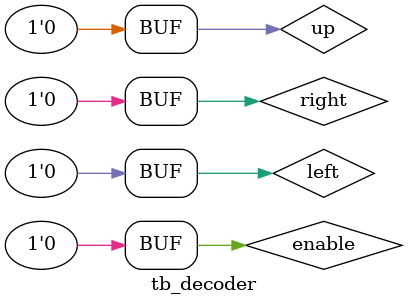
<source format=v>
`timescale 1ns / 1ps

module tb_decoder;
    reg up, left, right, enable;
    wire combo0, combo1, combo2, combo3, combo4, combo5, combo6, combo7;
    
    decoder tb1(.up(up), .left(left), .right(right), .enable(enable), .combo0(combo0),
    .combo1(combo1), .combo2(combo2), .combo3(combo3), .combo4(combo4), .combo5(combo5), .combo6(combo6), .combo7(combo7));
    
    initial begin
        up = 0; left = 0; right = 0; enable = 1;
        #10
        up = 0; left = 0; right = 1; enable = 1;
        #10
        up = 0; left = 1; right = 0; enable = 1;
        #10
        up = 0; left = 1; right = 1; enable = 1;
        #10
        up = 1; left = 0; right = 0; enable = 1;
        #10
        up = 1; left = 0; right = 1; enable = 1;
        #10
        up = 1; left = 1; right = 0; enable = 1;
        #10
        up = 1; left = 1; right = 1; enable = 1;
        #10
        up = 0; left = 0; right = 0; enable = 0;
        #10;
    end
    
endmodule

</source>
